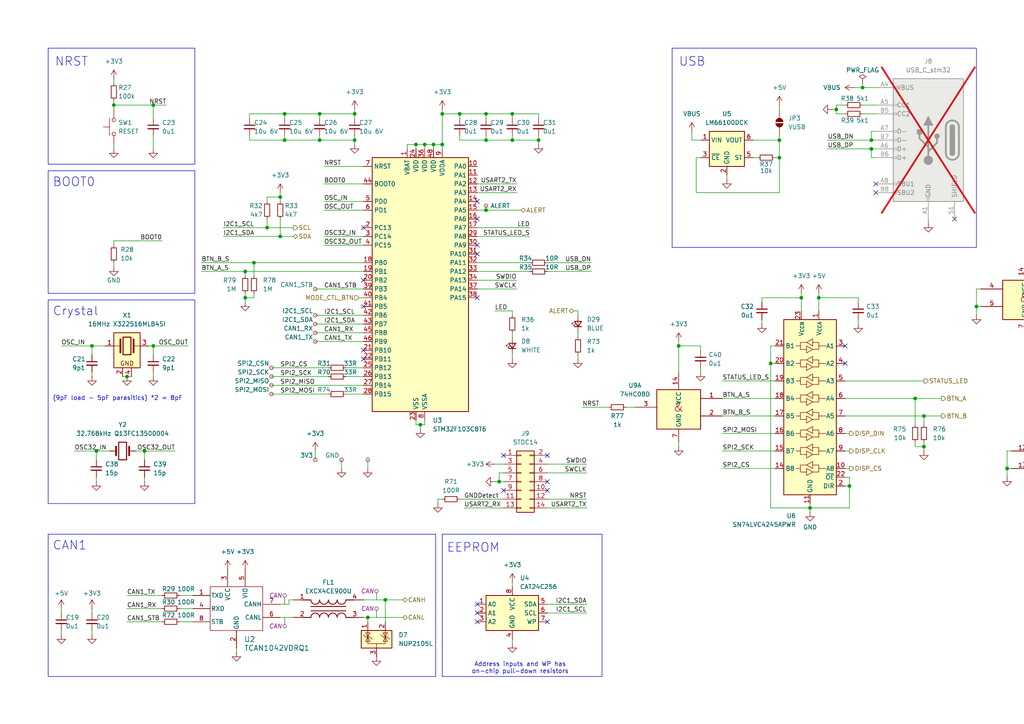
<source format=kicad_sch>
(kicad_sch (version 20231120) (generator "eeschema") (generator_version "8.0")
  (paper "A4")
  (title_block (title "6S_BMS") (date "2024-11-17") (rev "1.0") (company "NTURacing") (comment 1 "Jerrymk, Jack Kuo"))
  (junction (at 121.92 123.19))
  (junction (at 148.59 40.64))
  (junction (at 292.1 135.89))
  (junction (at 226.06 45.72))
  (junction (at 283.21 88.9))
  (junction (at 81.28 57.15))
  (junction (at 33.02 30.48))
  (junction (at 140.97 60.96))
  (junction (at 92.71 33.02))
  (junction (at 111.76 173.99))
  (junction (at 226.06 40.64))
  (junction (at 223.52 105.41))
  (junction (at 252.73 40.64))
  (junction (at 27.94 130.81))
  (junction (at 265.43 115.57))
  (junction (at 267.97 129.54))
  (junction (at 267.97 120.65))
  (junction (at 140.97 40.64))
  (junction (at 156.21 40.64))
  (junction (at 123.19 41.91))
  (junction (at 81.28 68.58))
  (junction (at 232.41 86.36))
  (junction (at 82.55 33.02))
  (junction (at 71.12 78.74))
  (junction (at 102.87 40.64))
  (junction (at 128.27 33.02))
  (junction (at 125.73 41.91))
  (junction (at 106.68 179.07))
  (junction (at 77.47 66.04))
  (junction (at 246.38 140.97))
  (junction (at 82.55 40.64))
  (junction (at 196.85 100.33))
  (junction (at 133.35 33.02))
  (junction (at 71.12 86.36))
  (junction (at 26.67 100.33))
  (junction (at 120.65 41.91))
  (junction (at 148.59 33.02))
  (junction (at 92.71 40.64))
  (junction (at 73.66 76.2))
  (junction (at 36.83 109.22))
  (junction (at 298.45 113.03))
  (junction (at 237.49 86.36))
  (junction (at 44.45 100.33))
  (junction (at 128.27 41.91))
  (junction (at 44.45 30.48))
  (junction (at 250.19 25.4))
  (junction (at 242.57 31.75))
  (junction (at 140.97 33.02))
  (junction (at 144.78 139.7))
  (junction (at 234.95 147.32))
  (junction (at 41.91 130.81))
  (junction (at 102.87 33.02))
  (junction (at 252.73 43.18))
  (no_connect (at 146.05 132.08))
  (no_connect (at 245.11 100.33))
  (no_connect (at 105.41 104.14))
  (no_connect (at 105.41 101.6))
  (no_connect (at 138.43 73.66))
  (no_connect (at 138.43 58.42))
  (no_connect (at 245.11 105.41))
  (no_connect (at 138.43 180.34))
  (no_connect (at 158.75 139.7))
  (no_connect (at 138.43 175.26))
  (no_connect (at 138.43 63.5))
  (no_connect (at 254 53.34))
  (no_connect (at 158.75 180.34))
  (no_connect (at 138.43 177.8))
  (no_connect (at 105.41 81.28))
  (no_connect (at 138.43 71.12))
  (no_connect (at 146.05 142.24))
  (no_connect (at 105.41 88.9))
  (no_connect (at 254 55.88))
  (no_connect (at 105.41 66.04))
  (no_connect (at 276.86 63.5))
  (no_connect (at 138.43 86.36))
  (no_connect (at 158.75 132.08))
  (no_connect (at 158.75 142.24))
  (wire (pts (xy 120.65 123.19) (xy 121.92 123.19)))
  (wire (pts (xy 106.68 179.07) (xy 106.68 180.34)))
  (wire (pts (xy 267.97 120.65) (xy 273.05 120.65)))
  (wire (pts (xy 102.87 41.91) (xy 102.87 40.64)))
  (wire (pts (xy 245.11 120.65) (xy 267.97 120.65)))
  (wire (pts (xy 196.85 99.06) (xy 196.85 100.33)))
  (wire (pts (xy 265.43 129.54) (xy 267.97 129.54)))
  (wire (pts (xy 138.43 68.58) (xy 153.67 68.58)))
  (wire (pts (xy 93.98 68.58) (xy 105.41 68.58)))
  (wire (pts (xy 224.79 45.72) (xy 226.06 45.72)))
  (wire (pts (xy 144.78 137.16) (xy 144.78 139.7)))
  (wire (pts (xy 226.06 30.48) (xy 226.06 31.75)))
  (wire (pts (xy 73.66 76.2) (xy 73.66 80.01)))
  (wire (pts (xy 92.71 33.02) (xy 102.87 33.02)))
  (wire (pts (xy 77.47 66.04) (xy 77.47 63.5)))
  (wire (pts (xy 240.03 40.64) (xy 252.73 40.64)))
  (wire (pts (xy 78.74 114.3) (xy 95.25 114.3)))
  (wire (pts (xy 118.11 43.18) (xy 118.11 41.91)))
  (wire (pts (xy 128.27 31.75) (xy 128.27 33.02)))
  (wire (pts (xy 106.68 135.89) (xy 106.68 133.35)))
  (wire (pts (xy 144.78 139.7) (xy 143.51 139.7)))
  (wire (pts (xy 223.52 105.41) (xy 223.52 147.32)))
  (wire (pts (xy 140.97 40.64) (xy 140.97 39.37)))
  (wire (pts (xy 241.3 31.75) (xy 242.57 31.75)))
  (wire (pts (xy 91.44 99.06) (xy 105.41 99.06)))
  (wire (pts (xy 298.45 113.03) (xy 298.45 115.57)))
  (wire (pts (xy 134.62 147.32) (xy 146.05 147.32)))
  (wire (pts (xy 156.21 41.91) (xy 156.21 40.64)))
  (wire (pts (xy 102.87 33.02) (xy 102.87 34.29)))
  (wire (pts (xy 209.55 115.57) (xy 224.79 115.57)))
  (wire (pts (xy 128.27 33.02) (xy 133.35 33.02)))
  (wire (pts (xy 140.97 40.64) (xy 148.59 40.64)))
  (wire (pts (xy 105.41 173.99) (xy 111.76 173.99)))
  (wire (pts (xy 245.11 110.49) (xy 267.97 110.49)))
  (wire (pts (xy 209.55 120.65) (xy 224.79 120.65)))
  (wire (pts (xy 93.98 53.34) (xy 105.41 53.34)))
  (wire (pts (xy 128.27 33.02) (xy 128.27 41.91)))
  (wire (pts (xy 224.79 100.33) (xy 223.52 100.33)))
  (wire (pts (xy 78.74 109.22) (xy 95.25 109.22)))
  (wire (pts (xy 293.37 130.81) (xy 292.1 130.81)))
  (wire (pts (xy 73.66 76.2) (xy 105.41 76.2)))
  (wire (pts (xy 252.73 38.1) (xy 254 38.1)))
  (wire (pts (xy 138.43 66.04) (xy 153.67 66.04)))
  (wire (pts (xy 203.2 106.68) (xy 203.2 107.95)))
  (wire (pts (xy 283.21 88.9) (xy 284.48 88.9)))
  (wire (pts (xy 284.48 83.82) (xy 283.21 83.82)))
  (wire (pts (xy 140.97 33.02) (xy 140.97 34.29)))
  (wire (pts (xy 36.83 176.53) (xy 46.99 176.53)))
  (wire (pts (xy 156.21 40.64) (xy 156.21 39.37)))
  (wire (pts (xy 220.98 87.63) (xy 220.98 86.36)))
  (wire (pts (xy 203.2 101.6) (xy 203.2 100.33)))
  (wire (pts (xy 36.83 180.34) (xy 46.99 180.34)))
  (wire (pts (xy 26.67 100.33) (xy 26.67 102.87)))
  (wire (pts (xy 72.39 33.02) (xy 72.39 34.29)))
  (wire (pts (xy 71.12 85.09) (xy 71.12 86.36)))
  (wire (pts (xy 167.64 104.14) (xy 167.64 102.87)))
  (wire (pts (xy 138.43 60.96) (xy 140.97 60.96)))
  (wire (pts (xy 181.61 118.11) (xy 184.15 118.11)))
  (wire (pts (xy 292.1 135.89) (xy 293.37 135.89)))
  (wire (pts (xy 138.43 76.2) (xy 153.67 76.2)))
  (wire (pts (xy 234.95 147.32) (xy 234.95 146.05)))
  (wire (pts (xy 81.28 58.42) (xy 81.28 57.15)))
  (wire (pts (xy 33.02 77.47) (xy 33.02 76.2)))
  (wire (pts (xy 298.45 113.03) (xy 299.72 113.03)))
  (wire (pts (xy 33.02 41.91) (xy 33.02 43.18)))
  (wire (pts (xy 17.78 100.33) (xy 26.67 100.33)))
  (wire (pts (xy 158.75 177.8) (xy 170.18 177.8)))
  (wire (pts (xy 93.98 48.26) (xy 105.41 48.26)))
  (wire (pts (xy 245.11 115.57) (xy 265.43 115.57)))
  (wire (pts (xy 73.66 85.09) (xy 73.66 86.36)))
  (wire (pts (xy 250.19 24.13) (xy 250.19 25.4)))
  (wire (pts (xy 138.43 53.34) (xy 149.86 53.34)))
  (wire (pts (xy 102.87 40.64) (xy 92.71 40.64)))
  (wire (pts (xy 52.07 180.34) (xy 55.88 180.34)))
  (wire (pts (xy 223.52 105.41) (xy 224.79 105.41)))
  (wire (pts (xy 143.51 90.17) (xy 148.59 90.17)))
  (wire (pts (xy 91.44 96.52) (xy 105.41 96.52)))
  (wire (pts (xy 148.59 90.17) (xy 148.59 91.44)))
  (wire (pts (xy 196.85 100.33) (xy 203.2 100.33)))
  (wire (pts (xy 250.19 33.02) (xy 254 33.02)))
  (wire (pts (xy 299.72 107.95) (xy 298.45 107.95)))
  (wire (pts (xy 246.38 135.89) (xy 245.11 135.89)))
  (wire (pts (xy 92.71 33.02) (xy 92.71 34.29)))
  (wire (pts (xy 27.94 130.81) (xy 27.94 133.35)))
  (wire (pts (xy 21.59 130.81) (xy 27.94 130.81)))
  (wire (pts (xy 242.57 30.48) (xy 245.11 30.48)))
  (wire (pts (xy 91.44 93.98) (xy 105.41 93.98)))
  (wire (pts (xy 81.28 175.26) (xy 83.82 175.26)))
  (wire (pts (xy 232.41 86.36) (xy 232.41 90.17)))
  (wire (pts (xy 17.78 177.8) (xy 17.78 176.53)))
  (wire (pts (xy 125.73 41.91) (xy 128.27 41.91)))
  (wire (pts (xy 91.44 130.81) (xy 91.44 133.35)))
  (wire (pts (xy 252.73 43.18) (xy 254 43.18)))
  (wire (pts (xy 44.45 102.87) (xy 44.45 100.33)))
  (wire (pts (xy 209.55 130.81) (xy 224.79 130.81)))
  (wire (pts (xy 148.59 104.14) (xy 148.59 102.87)))
  (wire (pts (xy 246.38 130.81) (xy 245.11 130.81)))
  (wire (pts (xy 52.07 176.53) (xy 55.88 176.53)))
  (wire (pts (xy 158.75 134.62) (xy 170.18 134.62)))
  (wire (pts (xy 26.67 100.33) (xy 30.48 100.33)))
  (wire (pts (xy 120.65 43.18) (xy 120.65 41.91)))
  (wire (pts (xy 27.94 138.43) (xy 27.94 139.7)))
  (wire (pts (xy 82.55 40.64) (xy 72.39 40.64)))
  (wire (pts (xy 92.71 40.64) (xy 82.55 40.64)))
  (wire (pts (xy 121.92 123.19) (xy 123.19 123.19)))
  (wire (pts (xy 232.41 85.09) (xy 232.41 86.36)))
  (wire (pts (xy 156.21 33.02) (xy 156.21 34.29)))
  (wire (pts (xy 265.43 115.57) (xy 265.43 123.19)))
  (wire (pts (xy 99.06 135.89) (xy 99.06 133.35)))
  (wire (pts (xy 81.28 55.88) (xy 81.28 57.15)))
  (wire (pts (xy 246.38 125.73) (xy 245.11 125.73)))
  (wire (pts (xy 210.82 52.07) (xy 210.82 50.8)))
  (wire (pts (xy 26.67 177.8) (xy 26.67 176.53)))
  (wire (pts (xy 52.07 172.72) (xy 55.88 172.72)))
  (wire (pts (xy 81.28 179.07) (xy 85.09 179.07)))
  (wire (pts (xy 123.19 41.91) (xy 125.73 41.91)))
  (wire (pts (xy 118.11 41.91) (xy 120.65 41.91)))
  (wire (pts (xy 245.11 140.97) (xy 246.38 140.97)))
  (wire (pts (xy 44.45 30.48) (xy 48.26 30.48)))
  (wire (pts (xy 102.87 31.75) (xy 102.87 33.02)))
  (wire (pts (xy 82.55 40.64) (xy 82.55 39.37)))
  (wire (pts (xy 133.35 33.02) (xy 133.35 34.29)))
  (wire (pts (xy 148.59 168.91) (xy 148.59 170.18)))
  (wire (pts (xy 196.85 100.33) (xy 196.85 107.95)))
  (wire (pts (xy 140.97 60.96) (xy 151.13 60.96)))
  (wire (pts (xy 245.11 33.02) (xy 242.57 33.02)))
  (wire (pts (xy 27.94 130.81) (xy 31.75 130.81)))
  (wire (pts (xy 201.93 45.72) (xy 203.2 45.72)))
  (wire (pts (xy 158.75 137.16) (xy 170.18 137.16)))
  (wire (pts (xy 247.65 25.4) (xy 250.19 25.4)))
  (wire (pts (xy 81.28 68.58) (xy 81.28 63.5)))
  (wire (pts (xy 138.43 81.28) (xy 149.86 81.28)))
  (wire (pts (xy 81.28 57.15) (xy 77.47 57.15)))
  (wire (pts (xy 148.59 40.64) (xy 148.59 39.37)))
  (wire (pts (xy 106.68 179.07) (xy 116.84 179.07)))
  (wire (pts (xy 123.19 123.19) (xy 123.19 121.92)))
  (wire (pts (xy 158.75 78.74) (xy 171.45 78.74)))
  (wire (pts (xy 121.92 124.46) (xy 121.92 123.19)))
  (wire (pts (xy 71.12 78.74) (xy 71.12 80.01)))
  (wire (pts (xy 138.43 78.74) (xy 153.67 78.74)))
  (wire (pts (xy 120.65 41.91) (xy 123.19 41.91)))
  (wire (pts (xy 44.45 30.48) (xy 44.45 34.29)))
  (wire (pts (xy 246.38 147.32) (xy 234.95 147.32)))
  (wire (pts (xy 220.98 86.36) (xy 232.41 86.36)))
  (wire (pts (xy 242.57 31.75) (xy 242.57 33.02)))
  (wire (pts (xy 41.91 138.43) (xy 41.91 139.7)))
  (wire (pts (xy 252.73 40.64) (xy 254 40.64)))
  (wire (pts (xy 78.74 111.76) (xy 105.41 111.76)))
  (wire (pts (xy 265.43 115.57) (xy 273.05 115.57)))
  (wire (pts (xy 167.64 96.52) (xy 167.64 97.79)))
  (wire (pts (xy 44.45 107.95) (xy 44.45 109.22)))
  (wire (pts (xy 93.98 58.42) (xy 105.41 58.42)))
  (wire (pts (xy 226.06 40.64) (xy 226.06 45.72)))
  (wire (pts (xy 138.43 55.88) (xy 149.86 55.88)))
  (wire (pts (xy 223.52 100.33) (xy 223.52 105.41)))
  (wire (pts (xy 250.19 30.48) (xy 254 30.48)))
  (wire (pts (xy 78.74 106.68) (xy 95.25 106.68)))
  (wire (pts (xy 226.06 39.37) (xy 226.06 40.64)))
  (wire (pts (xy 33.02 29.21) (xy 33.02 30.48)))
  (wire (pts (xy 92.71 40.64) (xy 92.71 39.37)))
  (wire (pts (xy 158.75 175.26) (xy 170.18 175.26)))
  (wire (pts (xy 250.19 25.4) (xy 254 25.4)))
  (wire (pts (xy 93.98 60.96) (xy 105.41 60.96)))
  (wire (pts (xy 133.35 40.64) (xy 140.97 40.64)))
  (wire (pts (xy 81.28 68.58) (xy 85.09 68.58)))
  (wire (pts (xy 138.43 83.82) (xy 149.86 83.82)))
  (wire (pts (xy 140.97 33.02) (xy 148.59 33.02)))
  (wire (pts (xy 83.82 173.99) (xy 85.09 173.99)))
  (wire (pts (xy 127 144.78) (xy 127 146.05)))
  (wire (pts (xy 269.24 64.77) (xy 269.24 63.5)))
  (wire (pts (xy 267.97 129.54) (xy 267.97 130.81)))
  (wire (pts (xy 72.39 40.64) (xy 72.39 39.37)))
  (wire (pts (xy 148.59 33.02) (xy 156.21 33.02)))
  (wire (pts (xy 91.44 91.44) (xy 105.41 91.44)))
  (wire (pts (xy 120.65 123.19) (xy 120.65 121.92)))
  (wire (pts (xy 168.91 118.11) (xy 176.53 118.11)))
  (wire (pts (xy 82.55 33.02) (xy 72.39 33.02)))
  (wire (pts (xy 167.64 90.17) (xy 167.64 91.44)))
  (wire (pts (xy 77.47 66.04) (xy 85.09 66.04)))
  (wire (pts (xy 200.66 40.64) (xy 203.2 40.64)))
  (wire (pts (xy 105.41 86.36) (xy 104.14 86.36)))
  (wire (pts (xy 133.35 144.78) (xy 146.05 144.78)))
  (wire (pts (xy 111.76 173.99) (xy 111.76 180.34)))
  (wire (pts (xy 100.33 114.3) (xy 105.41 114.3)))
  (wire (pts (xy 237.49 85.09) (xy 237.49 86.36)))
  (wire (pts (xy 73.66 86.36) (xy 71.12 86.36)))
  (wire (pts (xy 223.52 147.32) (xy 234.95 147.32)))
  (wire (pts (xy 252.73 43.18) (xy 252.73 45.72)))
  (wire (pts (xy 292.1 130.81) (xy 292.1 135.89)))
  (wire (pts (xy 267.97 128.27) (xy 267.97 129.54)))
  (wire (pts (xy 252.73 38.1) (xy 252.73 40.64)))
  (wire (pts (xy 26.67 107.95) (xy 26.67 109.22)))
  (wire (pts (xy 246.38 138.43) (xy 246.38 140.97)))
  (wire (pts (xy 245.11 138.43) (xy 246.38 138.43)))
  (wire (pts (xy 82.55 33.02) (xy 92.71 33.02)))
  (wire (pts (xy 148.59 96.52) (xy 148.59 97.79)))
  (wire (pts (xy 209.55 135.89) (xy 224.79 135.89)))
  (wire (pts (xy 226.06 45.72) (xy 226.06 55.88)))
  (wire (pts (xy 71.12 78.74) (xy 105.41 78.74)))
  (wire (pts (xy 248.92 92.71) (xy 248.92 93.98)))
  (wire (pts (xy 83.82 173.99) (xy 83.82 175.26)))
  (wire (pts (xy 148.59 40.64) (xy 156.21 40.64)))
  (wire (pts (xy 248.92 86.36) (xy 237.49 86.36)))
  (wire (pts (xy 123.19 43.18) (xy 123.19 41.91)))
  (wire (pts (xy 36.83 109.22) (xy 35.56 109.22)))
  (wire (pts (xy 77.47 57.15) (xy 77.47 58.42)))
  (wire (pts (xy 133.35 33.02) (xy 140.97 33.02)))
  (wire (pts (xy 158.75 147.32) (xy 170.18 147.32)))
  (wire (pts (xy 44.45 100.33) (xy 54.61 100.33)))
  (wire (pts (xy 91.44 83.82) (xy 105.41 83.82)))
  (wire (pts (xy 146.05 137.16) (xy 144.78 137.16)))
  (wire (pts (xy 218.44 40.64) (xy 226.06 40.64)))
  (wire (pts (xy 68.58 189.23) (xy 68.58 187.96)))
  (wire (pts (xy 71.12 78.74) (xy 58.42 78.74)))
  (wire (pts (xy 240.03 43.18) (xy 252.73 43.18)))
  (wire (pts (xy 140.97 59.69) (xy 140.97 60.96)))
  (wire (pts (xy 292.1 135.89) (xy 292.1 138.43)))
  (wire (pts (xy 133.35 40.64) (xy 133.35 39.37)))
  (wire (pts (xy 125.73 43.18) (xy 125.73 41.91)))
  (wire (pts (xy 36.83 109.22) (xy 38.1 109.22)))
  (wire (pts (xy 26.67 184.15) (xy 26.67 182.88)))
  (wire (pts (xy 201.93 55.88) (xy 226.06 55.88)))
  (wire (pts (xy 128.27 144.78) (xy 127 144.78)))
  (wire (pts (xy 237.49 86.36) (xy 237.49 90.17)))
  (wire (pts (xy 252.73 45.72) (xy 254 45.72)))
  (wire (pts (xy 100.33 106.68) (xy 105.41 106.68)))
  (wire (pts (xy 71.12 86.36) (xy 71.12 87.63)))
  (wire (pts (xy 166.37 90.17) (xy 167.64 90.17)))
  (wire (pts (xy 220.98 92.71) (xy 220.98 93.98)))
  (wire (pts (xy 73.66 76.2) (xy 58.42 76.2)))
  (wire (pts (xy 218.44 45.72) (xy 219.71 45.72)))
  (wire (pts (xy 283.21 88.9) (xy 283.21 91.44)))
  (wire (pts (xy 267.97 120.65) (xy 267.97 123.19)))
  (wire (pts (xy 246.38 140.97) (xy 246.38 147.32)))
  (wire (pts (xy 209.55 110.49) (xy 224.79 110.49)))
  (wire (pts (xy 148.59 185.42) (xy 148.59 186.69)))
  (wire (pts (xy 33.02 30.48) (xy 33.02 31.75)))
  (wire (pts (xy 50.8 130.81) (xy 41.91 130.81)))
  (wire (pts (xy 201.93 45.72) (xy 201.93 55.88)))
  (wire (pts (xy 158.75 76.2) (xy 171.45 76.2)))
  (wire (pts (xy 128.27 41.91) (xy 128.27 43.18)))
  (wire (pts (xy 64.77 66.04) (xy 77.47 66.04)))
  (wire (pts (xy 102.87 40.64) (xy 102.87 39.37)))
  (wire (pts (xy 106.68 179.07) (xy 105.41 179.07)))
  (wire (pts (xy 93.98 71.12) (xy 105.41 71.12)))
  (wire (pts (xy 41.91 130.81) (xy 39.37 130.81)))
  (wire (pts (xy 196.85 128.27) (xy 196.85 129.54)))
  (wire (pts (xy 148.59 33.02) (xy 148.59 34.29)))
  (wire (pts (xy 33.02 30.48) (xy 44.45 30.48)))
  (wire (pts (xy 36.83 172.72) (xy 46.99 172.72)))
  (wire (pts (xy 209.55 125.73) (xy 224.79 125.73)))
  (wire (pts (xy 242.57 30.48) (xy 242.57 31.75)))
  (wire (pts (xy 265.43 128.27) (xy 265.43 129.54)))
  (wire (pts (xy 158.75 144.78) (xy 170.18 144.78)))
  (wire (pts (xy 82.55 33.02) (xy 82.55 34.29)))
  (wire (pts (xy 33.02 69.85) (xy 46.99 69.85)))
  (wire (pts (xy 248.92 87.63) (xy 248.92 86.36)))
  (wire (pts (xy 33.02 69.85) (xy 33.02 71.12)))
  (wire (pts (xy 200.66 38.1) (xy 200.66 40.64)))
  (wire (pts (xy 298.45 107.95) (xy 298.45 113.03)))
  (wire (pts (xy 64.77 68.58) (xy 81.28 68.58)))
  (wire (pts (xy 44.45 39.37) (xy 44.45 43.18)))
  (wire (pts (xy 100.33 109.22) (xy 105.41 109.22)))
  (wire (pts (xy 234.95 148.59) (xy 234.95 147.32)))
  (wire (pts (xy 283.21 83.82) (xy 283.21 88.9)))
  (wire (pts (xy 143.51 134.62) (xy 146.05 134.62)))
  (wire (pts (xy 33.02 22.86) (xy 33.02 24.13)))
  (wire (pts (xy 17.78 184.15) (xy 17.78 182.88)))
  (wire (pts (xy 41.91 133.35) (xy 41.91 130.81)))
  (wire (pts (xy 144.78 139.7) (xy 146.05 139.7)))
  (wire (pts (xy 44.45 100.33) (xy 43.18 100.33)))
  (wire (pts (xy 111.76 173.99) (xy 116.84 173.99)))
  (rectangle (start 194.945 13.97) (end 283.21 71.755))
  (rectangle (start 13.97 13.97) (end 56.515 47.625))
  (rectangle (start 13.97 86.995) (end 56.515 146.05))
  (rectangle (start 13.97 154.94) (end 126.365 196.215))
  (rectangle (start 128.27 154.94) (end 174.625 196.215))
  (rectangle (start 13.97 49.53) (end 56.515 85.09))
  (text "Address inputs and WP has\non-chip pull-down resistors" (at 150.876 193.802 0) (effects (font (size 1.27 1.27))))
  (text "BOOT0" (at 15.24 51.435 0) (effects (font (size 2.54 2.54)) (justify left top)))
  (text "CAN1" (at 15.24 156.845 0) (effects (font (size 2.54 2.54)) (justify left top)))
  (text "(9pF load - 5pF parasitics) *2 = 8pF" (at 15.24 116.332 0) (effects (font (size 1.27 1.27)) (justify left bottom)))
  (text "USB" (at 196.85 16.51 0) (effects (font (size 2.54 2.54)) (justify left top)))
  (text "NRST" (at 15.875 16.51 0) (effects (font (size 2.54 2.54)) (justify left top)))
  (text "Crystal" (at 15.24 88.9 0) (effects (font (size 2.54 2.54)) (justify left top)))
  (text "EEPROM" (at 129.54 157.48 0) (effects (font (size 2.54 2.54)) (justify left top)))
  (label "STATUS_LED_S" (at 153.67 68.58 180))
  (label "NRST" (at 170.18 144.78 180))
  (label "I2C1_SCL" (at 93.98 91.44 0))
  (label "SWDIO" (at 170.18 134.62 180))
  (label "BOOT0" (at 93.98 53.34 0))
  (label "I2C1_SCL" (at 170.18 177.8 180))
  (label "BTN_A_S" (at 209.55 115.57 0))
  (label "SPI2_CS" (at 209.55 135.89 0))
  (label "STATUS_LED_S" (at 209.55 110.49 0))
  (label "SPI2_CS" (at 81.28 106.68 0))
  (label "I2C1_SDA" (at 170.18 175.26 180))
  (label "USB_DN" (at 171.45 76.2 180))
  (label "BTN_B_S" (at 209.55 120.65 0))
  (label "SWCLK" (at 170.18 137.16 180))
  (label "USART2_RX" (at 149.86 55.88 180))
  (label "SPI2_MOSI" (at 81.28 114.3 0))
  (label "CAN1_RX" (at 36.83 176.53 0))
  (label "OSC32_IN" (at 21.59 130.81 0))
  (label "I2C1_SDA" (at 64.77 68.58 0))
  (label "OSC_IN" (at 93.98 58.42 0))
  (label "USART2_RX" (at 134.62 147.32 0))
  (label "SWCLK" (at 149.86 83.82 180))
  (label "OSC_OUT" (at 54.61 100.33 180))
  (label "NRST" (at 48.26 30.48 180))
  (label "SPI2_SCK" (at 81.28 109.22 0))
  (label "USB_DP" (at 171.45 78.74 180))
  (label "I2C1_SCL" (at 64.77 66.04 0))
  (label "USART2_TX" (at 149.86 53.34 180))
  (label "CAN1_TX" (at 93.98 99.06 0))
  (label "NRST" (at 168.91 118.11 0))
  (label "I2C1_SDA" (at 93.98 93.98 0))
  (label "OSC_OUT" (at 93.98 60.96 0))
  (label "NRST" (at 93.98 48.26 0))
  (label "SPI2_SCK" (at 209.55 130.81 0))
  (label "GNDDetect" (at 134.62 144.78 0))
  (label "OSC32_OUT" (at 93.98 71.12 0))
  (label "BTN_A_S" (at 58.42 78.74 0))
  (label "CAN1_STB" (at 36.83 180.34 0))
  (label "SPI2_MOSI" (at 209.55 125.73 0))
  (label "SWDIO" (at 149.86 81.28 180))
  (label "LED" (at 143.51 90.17 0))
  (label "USB_DN" (at 240.03 40.64 0))
  (label "BTN_B_S" (at 58.42 76.2 0))
  (label "CAN1_RX" (at 93.98 96.52 0))
  (label "BOOT0" (at 46.99 69.85 180))
  (label "CAN1_STB" (at 93.98 83.82 0))
  (label "OSC32_OUT" (at 50.8 130.81 180))
  (label "OSC32_IN" (at 93.98 68.58 0))
  (label "SPI2_MISO" (at 81.28 111.76 0))
  (label "USB_DP" (at 240.03 43.18 0))
  (label "USART2_TX" (at 170.18 147.32 180))
  (label "CAN1_TX" (at 36.83 172.72 0))
  (label "OSC_IN" (at 17.78 100.33 0))
  (label "LED" (at 153.67 66.04 180))
  (hierarchical_label "DISP_DIN" (shape output) (at 246.38 125.73 0))
  (hierarchical_label "CANH" (shape bidirectional) (at 116.84 173.99 0))
  (hierarchical_label "ALERT" (shape bidirectional) (at 151.13 60.96 0))
  (hierarchical_label "STATUS_LED" (shape output) (at 267.97 110.49 0))
  (hierarchical_label "CANL" (shape bidirectional) (at 116.84 179.07 0))
  (hierarchical_label "SCL" (shape output) (at 85.09 66.04 0))
  (hierarchical_label "SDA" (shape bidirectional) (at 85.09 68.58 0))
  (hierarchical_label "BTN_B" (shape output) (at 273.05 120.65 0))
  (hierarchical_label "DISP_CLK" (shape output) (at 246.38 130.81 0))
  (hierarchical_label "DISP_CS" (shape output) (at 246.38 135.89 0))
  (hierarchical_label "BTN_A" (shape output) (at 273.05 115.57 0))
  (hierarchical_label "ALERT" (shape bidirectional) (at 166.37 90.17 180))
  (hierarchical_label "MODE_CTL_BTN" (shape input) (at 104.14 86.36 180))
  (netclass_flag "" (length 2.54) (shape round) (at 109.22 179.07 0) (property "Netclass" "CAN" (at 108.5215 176.53 0) (effects (font (italic yes)) (justify right))))
  (netclass_flag "" (length 2.54) (shape round) (at 109.22 173.99 0) (property "Netclass" "CAN" (at 108.5215 171.45 0) (effects (font (italic yes)) (justify right))))
  (netclass_flag "" (length 2.54) (shape round) (at 82.55 175.26 0) (property "Netclass" "CAN" (at 81.8515 172.72 0) (effects (font (italic yes)) (justify right))))
  (netclass_flag "" (length 2.54) (shape round) (at 82.55 179.07 180) (property "Netclass" "CAN" (at 81.8515 181.61 0) (effects (font (italic yes)) (justify right))))
  (symbol (lib_id "power:+3V3") (at 81.28 55.88 0) (unit 1)
    (property "Reference" "#PWR040" (effects (hide yes)))
    (property "Value" "+3V3" (at 81.28 50.8 0))
    (property "Description" "Power symbol creates a global label with name \"+3V3\"" (effects (hide yes)))
  )
  (symbol (lib_id "Device:R_Small") (at 49.53 172.72 90) (unit 1)
    (property "Reference" "R29" (at 48.895 170.815 90))
    (property "Value" "100R" (at 53.975 170.815 90))
    (property "Footprint" "Resistor_SMD:R_0402_1005Metric" (effects (hide yes)))
    (property "Description" "Resistor, small symbol" (effects (hide yes)))
  )
  (symbol (lib_id "power:GND") (at 44.45 109.22 0) (unit 1)
    (property "Reference" "#PWR034" (effects (hide yes)))
    (property "Value" "GND" (effects (hide yes)))
    (property "Description" "Power symbol creates a global label with name \"GND\" , ground" (effects (hide yes)))
  )
  (symbol (lib_id "Device:R_Small") (at 156.21 78.74 90) (mirror x) (unit 1)
    (property "Reference" "R35" (at 150.495 77.47 90) (effects (justify right)))
    (property "Value" "10R" (at 158.115 77.47 90) (effects (justify right)))
    (property "Footprint" "Resistor_SMD:R_0402_1005Metric" (effects (hide yes)))
    (property "Description" "Resistor, small symbol" (effects (hide yes)))
  )
  (symbol (lib_id "power:GND") (at 127 146.05 0) (unit 1)
    (property "Reference" "#PWR08" (effects (hide yes)))
    (property "Value" "GND" (effects (hide yes)))
    (property "Description" "Power symbol creates a global label with name \"GND\" , ground" (effects (hide yes)))
  )
  (symbol (lib_id "nturt_kicad_lib_EP6:TCAN1042VDRQ1") (at 68.58 176.53 0) (unit 1)
    (property "Reference" "U2" (at 70.7741 185.42 0) (effects (font (size 1.524 1.524)) (justify left)))
    (property "Value" "TCAN1042VDRQ1" (at 70.7741 187.96 0) (effects (font (size 1.524 1.524)) (justify left)))
    (property "Footprint" "Package_SO:SOIC-8_3.9x4.9mm_P1.27mm" (effects (hide yes)))
    (property "Datasheet" "TCAN1042VDRQ1" (effects (hide yes)))
  )
  (symbol (lib_id "power:GND") (at 33.02 43.18 0) (unit 1)
    (property "Reference" "#PWR033" (effects (hide yes)))
    (property "Value" "GND" (effects (hide yes)))
    (property "Description" "Power symbol creates a global label with name \"GND\" , ground" (effects (hide yes)))
  )
  (symbol (lib_id "Device:C_Small") (at 203.2 104.14 0) (unit 1)
    (property "Reference" "C40" (at 205.486 102.87 0) (effects (justify left)))
    (property "Value" "0u1" (at 205.486 105.41 0) (effects (justify left)))
    (property "Footprint" "Capacitor_SMD:C_0402_1005Metric" (effects (hide yes)))
    (property "Description" "Unpolarized capacitor, small symbol" (effects (hide yes)))
  )
  (symbol (lib_id "power:+3V3") (at 237.49 85.09 0) (mirror y) (unit 1)
    (property "Reference" "#PWR056" (effects (hide yes)))
    (property "Value" "+5V" (at 237.49 80.01 0))
    (property "Description" "Power symbol creates a global label with name \"+3V3\"" (effects (hide yes)))
  )
  (symbol (lib_id "Device:R_Small") (at 148.59 93.98 0) (unit 1)
    (property "Reference" "R36" (at 151.13 92.71 0) (effects (justify left)))
    (property "Value" "1k" (at 151.13 95.25 0) (effects (justify left)))
    (property "Footprint" "Resistor_SMD:R_0603_1608Metric" (effects (hide yes)))
    (property "Description" "Resistor, small symbol" (effects (hide yes)))
  )
  (symbol (lib_id "Device:R_Small") (at 33.02 73.66 180) (unit 1)
    (property "Reference" "R28" (at 34.925 72.39 0) (effects (justify right)))
    (property "Value" "10k" (at 34.925 74.93 0) (effects (justify right)))
    (property "Footprint" "Resistor_SMD:R_0402_1005Metric" (effects (hide yes)))
    (property "Description" "Resistor, small symbol" (effects (hide yes)))
  )
  (symbol (lib_id "Connector:USB_C_Receptacle_USB2.0_16P") (at 269.24 40.64 0) (mirror y) (unit 1) (in_bom no) (dnp yes)
    (property "Reference" "J8" (at 269.24 17.78 0))
    (property "Value" "USB_C_stm32" (at 269.24 20.32 0))
    (property "Footprint" "Connector_USB:USB_C_Receptacle_GCT_USB4105-xx-A_16P_TopMnt_Horizontal" (effects (hide yes)))
    (property "Datasheet" "https://www.usb.org/sites/default/files/documents/usb_type-c.zip" (effects (hide yes)))
    (property "Description" "USB 2.0-only 16P Type-C Receptacle connector" (effects (hide yes)))
  )
  (symbol (lib_id "power:GND") (at 267.97 130.81 0) (unit 1)
    (property "Reference" "#PWR030" (effects (hide yes)))
    (property "Value" "GND" (effects (hide yes)))
    (property "Description" "Power symbol creates a global label with name \"GND\" , ground" (effects (hide yes)))
  )
  (symbol (lib_id "power:GND") (at 220.98 93.98 0) (mirror y) (unit 1)
    (property "Reference" "#PWR052" (effects (hide yes)))
    (property "Value" "GND" (effects (hide yes)))
    (property "Description" "Power symbol creates a global label with name \"GND\" , ground" (effects (hide yes)))
  )
  (symbol (lib_id "Device:R_Small") (at 130.81 144.78 90) (unit 1)
    (property "Reference" "R71" (at 130.81 139.7 90))
    (property "Value" "100R" (at 130.81 142.24 90))
    (property "Footprint" "Resistor_SMD:R_0603_1608Metric" (effects (hide yes)))
    (property "Description" "Resistor, small symbol" (effects (hide yes)))
  )
  (symbol (lib_id "power:GND") (at 167.64 104.14 0) (unit 1)
    (property "Reference" "#PWR036" (effects (hide yes)))
    (property "Value" "GND" (effects (hide yes)))
    (property "Description" "Power symbol creates a global label with name \"GND\" , ground" (effects (hide yes)))
  )
  (symbol (lib_id "power:GND") (at 298.45 115.57 0) (unit 1)
    (property "Reference" "#PWR079" (effects (hide yes)))
    (property "Value" "GND" (effects (hide yes)))
    (property "Description" "Power symbol creates a global label with name \"GND\" , ground" (effects (hide yes)))
  )
  (symbol (lib_id "power:GND") (at 148.59 104.14 0) (unit 1)
    (property "Reference" "#PWR048" (effects (hide yes)))
    (property "Value" "GND" (effects (hide yes)))
    (property "Description" "Power symbol creates a global label with name \"GND\" , ground" (effects (hide yes)))
  )
  (symbol (lib_id "Device:C_Small") (at 72.39 36.83 0) (unit 1)
    (property "Reference" "C24" (at 73.66 35.56 0) (effects (justify left)))
    (property "Value" "10u 6V" (at 73.66 38.1 0) (effects (justify left)))
    (property "Footprint" "Capacitor_SMD:C_0402_1005Metric" (effects (hide yes)))
    (property "Description" "Unpolarized capacitor, small symbol" (effects (hide yes)))
  )
  (symbol (lib_id "Device:C_Small") (at 82.55 36.83 0) (unit 1)
    (property "Reference" "C25" (at 83.82 35.56 0) (effects (justify left)))
    (property "Value" "10u 6V" (at 83.82 38.1 0) (effects (justify left)))
    (property "Footprint" "Capacitor_SMD:C_0402_1005Metric" (effects (hide yes)))
    (property "Description" "Unpolarized capacitor, small symbol" (effects (hide yes)))
  )
  (symbol (lib_id "Device:LED_Small") (at 167.64 93.98 90) (unit 1)
    (property "Reference" "D29" (at 170.18 92.6464 90) (effects (justify right)))
    (property "Value" "BLUE" (at 170.18 95.1864 90) (effects (justify right)))
    (property "Footprint" "LED_SMD:LED_0603_1608Metric" (effects (hide yes)))
    (property "Description" "Light emitting diode, small symbol" (effects (hide yes)))
  )
  (symbol (lib_id "Device:C_Small") (at 41.91 135.89 0) (unit 1)
    (property "Reference" "C39" (at 44.45 134.6262 0) (effects (justify left)))
    (property "Value" "15p" (at 44.45 137.1662 0) (effects (justify left)))
    (property "Footprint" "Capacitor_SMD:C_0402_1005Metric" (effects (hide yes)))
    (property "Description" "Unpolarized capacitor, small symbol" (effects (hide yes)))
  )
  (symbol (lib_id "Device:C_Small") (at 44.45 36.83 0) (unit 1)
    (property "Reference" "C23" (at 46.99 35.5663 0) (effects (justify left)))
    (property "Value" "0u1" (at 46.99 38.1063 0) (effects (justify left)))
    (property "Footprint" "Capacitor_SMD:C_0402_1005Metric" (effects (hide yes)))
    (property "Description" "Unpolarized capacitor, small symbol" (effects (hide yes)))
  )
  (symbol (lib_id "power:GND") (at 210.82 52.07 0) (unit 1)
    (property "Reference" "#PWR051" (effects (hide yes)))
    (property "Value" "GND" (effects (hide yes)))
    (property "Description" "Power symbol creates a global label with name \"GND\" , ground" (effects (hide yes)))
  )
  (symbol (lib_id "Device:C_Small") (at 248.92 90.17 0) (unit 1)
    (property "Reference" "C33" (at 251.206 88.9 0) (effects (justify left)))
    (property "Value" "0u1" (at 251.206 91.44 0) (effects (justify left)))
    (property "Footprint" "Capacitor_SMD:C_0402_1005Metric" (effects (hide yes)))
    (property "Description" "Unpolarized capacitor, small symbol" (effects (hide yes)))
  )
  (symbol (lib_id "Device:R_Small") (at 222.25 45.72 270) (unit 1)
    (property "Reference" "R37" (at 222.25 47.625 90))
    (property "Value" "10k" (at 222.25 49.53 90))
    (property "Footprint" "Resistor_SMD:R_0402_1005Metric" (effects (hide yes)))
    (property "Description" "Resistor, small symbol" (effects (hide yes)))
  )
  (symbol (lib_id "Device:Crystal") (at 35.56 130.81 0) (unit 1)
    (property "Reference" "Y2" (at 35.56 123.19 0))
    (property "Value" "32.768kHz Q13FC13500004" (at 35.56 125.73 0))
    (property "Footprint" "Crystal:Crystal_SMD_3215-2Pin_3.2x1.5mm" (effects (hide yes)))
    (property "Description" "Two pin crystal" (effects (hide yes)))
  )
  (symbol (lib_id "power:GND") (at 292.1 138.43 0) (unit 1)
    (property "Reference" "#PWR078" (effects (hide yes)))
    (property "Value" "GND" (effects (hide yes)))
    (property "Description" "Power symbol creates a global label with name \"GND\" , ground" (effects (hide yes)))
  )
  (symbol (lib_id "Device:R_Small") (at 33.02 26.67 0) (unit 1)
    (property "Reference" "R27" (at 34.29 25.4 0) (effects (justify left)))
    (property "Value" "100k" (at 34.29 27.94 0) (effects (justify left)))
    (property "Footprint" "Resistor_SMD:R_0402_1005Metric" (effects (hide yes)))
    (property "Description" "Resistor, small symbol" (effects (hide yes)))
  )
  (symbol (lib_id "power:+3V3") (at 33.02 22.86 0) (unit 1)
    (property "Reference" "#PWR032" (effects (hide yes)))
    (property "Value" "+3V3" (at 33.02 17.78 0))
    (property "Description" "Power symbol creates a global label with name \"+3V3\"" (effects (hide yes)))
  )
  (symbol (lib_id "power:GND") (at 106.68 135.89 0) (unit 1)
    (property "Reference" "#PWR018" (effects (hide yes)))
    (property "Value" "GND" (effects (hide yes)))
    (property "Description" "Power symbol creates a global label with name \"GND\" , ground" (effects (hide yes)))
  )
  (symbol (lib_id "Device:C_Small") (at 102.87 36.83 0) (unit 1)
    (property "Reference" "C27" (at 104.14 35.56 0) (effects (justify left)))
    (property "Value" "10u 6V" (at 104.14 38.1 0) (effects (justify left)))
    (property "Footprint" "Capacitor_SMD:C_0402_1005Metric" (effects (hide yes)))
    (property "Description" "Unpolarized capacitor, small symbol" (effects (hide yes)))
  )
  (symbol (lib_id "Connector:TestPoint_Small") (at 91.44 93.98 0) (unit 1)
    (property "Reference" "TP2" (effects (hide yes)))
    (property "Value" "I2C1_SDA" (at 90.805 92.71 0) (effects (justify right)))
    (property "Footprint" "TestPoint:TestPoint_Pad_D1.0mm" (effects (hide yes)))
    (property "Description" "test point" (effects (hide yes)))
  )
  (symbol (lib_id "Connector:TestPoint_Small") (at 91.44 133.35 0) (unit 1)
    (property "Reference" "TP10" (effects (hide yes)))
    (property "Value" "3V3" (at 90.805 132.08 0) (effects (justify right)))
    (property "Footprint" "TestPoint:TestPoint_Pad_D1.0mm" (effects (hide yes)))
    (property "Description" "test point" (effects (hide yes)))
  )
  (symbol (lib_id "power:GND") (at 41.91 139.7 0) (unit 1)
    (property "Reference" "#PWR014" (effects (hide yes)))
    (property "Value" "GND" (effects (hide yes)))
    (property "Description" "Power symbol creates a global label with name \"GND\" , ground" (effects (hide yes)))
  )
  (symbol (lib_id "SamacSys_Parts_EP6:EXC-X4CE900U") (at 95.25 176.53 270) (unit 1)
    (property "Reference" "FL1" (at 95.25 168.91 90))
    (property "Value" "EXCX4CE900U" (at 95.25 171.45 90))
    (property "Footprint" "SamacSys_Parts_EP6:EXCX4CE900U" (effects (hide yes)))
    (property "Datasheet" "https://industrial.panasonic.com/cdbs/www-data/pdf/AWE0000/AWE0000C258.pdf" (effects (hide yes)))
    (property "Description" "Series/Type: Common mode Filters (0202 small size), Size [LW] (mm): 0.650.50, Height (mm): 0.3, Impedance [Common Mode] (): 90, Rated Voltage [DC] (V): 5, Rated Current [DC] (mA): 100, DC Resistance [max.] (): 3.0+/-30%, Number of circuit: 1" (effects (hide yes)))
    (property "Mouser Part Number" "667-EXC-X4CE900U" (effects (hide yes)))
    (property "Mouser Price/Stock" "https://www.mouser.co.uk/ProductDetail/Panasonic/EXC-X4CE900U?qs=r%2Fc3XikQTkKbkY%2FGNti4Lw%3D%3D" (effects (hide yes)))
    (property "Manufacturer_Name" "Panasonic" (effects (hide yes)))
    (property "Manufacturer_Part_Number" "EXC-X4CE900U" (effects (hide yes)))
    (property "Simulation Data" "https://industrial.panasonic.com/content/data/CC/files/EXCX4CE900U.zip" (effects (hide yes)))
  )
  (symbol (lib_id "Device:R_Small") (at 179.07 118.11 90) (mirror x) (unit 1)
    (property "Reference" "R77" (at 179.07 120.65 90))
    (property "Value" "1k" (at 179.07 123.19 90))
    (property "Footprint" "Resistor_SMD:R_0603_1608Metric" (effects (hide yes)))
    (property "Description" "Resistor, small symbol" (effects (hide yes)))
  )
  (symbol (lib_id "Device:R_Small") (at 49.53 180.34 90) (mirror x) (unit 1)
    (property "Reference" "R72" (at 48.895 178.435 90))
    (property "Value" "100R" (at 53.975 178.435 90))
    (property "Footprint" "Resistor_SMD:R_0402_1005Metric" (effects (hide yes)))
    (property "Description" "Resistor, small symbol" (effects (hide yes)))
  )
  (symbol (lib_id "power:GND") (at 68.58 189.23 0) (unit 1)
    (property "Reference" "#PWR038" (effects (hide yes)))
    (property "Value" "GND" (effects (hide yes)))
    (property "Description" "Power symbol creates a global label with name \"GND\" , ground" (effects (hide yes)))
  )
  (symbol (lib_id "Power_Management:LM66100DCK") (at 210.82 43.18 0) (unit 1)
    (property "Reference" "U5" (at 210.82 33.02 0))
    (property "Value" "LM66100DCK" (at 210.82 35.56 0))
    (property "Footprint" "Package_TO_SOT_SMD:SOT-363_SC-70-6" (effects (hide yes)))
    (property "Datasheet" "https://www.ti.com/lit/ds/symlink/lm66100.pdf" (effects (hide yes)))
    (property "Description" "Ideal Diode With Input Polarity Protection 1.5 - 5.5V  Input Voltage, 1.5A Output Current, Ron 141 mOhm, SC-70-6" (effects (hide yes)))
  )
  (symbol (lib_id "Device:C_Small") (at 133.35 36.83 0) (unit 1)
    (property "Reference" "C28" (at 134.62 35.56 0) (effects (justify left)))
    (property "Value" "0u1" (at 134.62 38.1 0) (effects (justify left)))
    (property "Footprint" "Capacitor_SMD:C_0402_1005Metric" (effects (hide yes)))
    (property "Description" "Unpolarized capacitor, small symbol" (effects (hide yes)))
  )
  (symbol (lib_id "Device:C_Small") (at 220.98 90.17 0) (mirror y) (unit 1)
    (property "Reference" "C32" (at 218.694 88.9 0) (effects (justify left)))
    (property "Value" "0u1" (at 218.694 91.44 0) (effects (justify left)))
    (property "Footprint" "Capacitor_SMD:C_0402_1005Metric" (effects (hide yes)))
    (property "Description" "Unpolarized capacitor, small symbol" (effects (hide yes)))
  )
  (symbol (lib_id "power:GND") (at 269.24 64.77 0) (unit 1)
    (property "Reference" "#PWR060" (effects (hide yes)))
    (property "Value" "GND" (effects (hide yes)))
    (property "Description" "Power symbol creates a global label with name \"GND\" , ground" (effects (hide yes)))
  )
  (symbol (lib_id "power:GND") (at 27.94 139.7 0) (unit 1)
    (property "Reference" "#PWR013" (effects (hide yes)))
    (property "Value" "GND" (effects (hide yes)))
    (property "Description" "Power symbol creates a global label with name \"GND\" , ground" (effects (hide yes)))
  )
  (symbol (lib_id "power:GND") (at 234.95 148.59 0) (unit 1)
    (property "Reference" "#PWR055" (effects (hide yes)))
    (property "Value" "GND" (at 234.95 152.908 0))
    (property "Description" "Power symbol creates a global label with name \"GND\" , ground" (effects (hide yes)))
  )
  (symbol (lib_id "74xx_IEEE:7408") (at 196.85 118.11 0) (mirror y) (unit 1)
    (property "Reference" "U9" (at 184.15 111.7914 0))
    (property "Value" "74HC08D" (at 184.15 114.3314 0))
    (property "Footprint" "Package_SO:SOIC-14_3.9x8.7mm_P1.27mm" (effects (hide yes)))
  )
  (symbol (lib_id "Device:C_Small") (at 148.59 36.83 0) (unit 1)
    (property "Reference" "C30" (at 149.86 35.56 0) (effects (justify left)))
    (property "Value" "0u1" (at 149.86 38.1 0) (effects (justify left)))
    (property "Footprint" "Capacitor_SMD:C_0402_1005Metric" (effects (hide yes)))
    (property "Description" "Unpolarized capacitor, small symbol" (effects (hide yes)))
  )
  (symbol (lib_id "power:GND") (at 109.22 190.5 0) (unit 1)
    (property "Reference" "#PWR043" (effects (hide yes)))
    (property "Value" "GND" (effects (hide yes)))
    (property "Description" "Power symbol creates a global label with name \"GND\" , ground" (effects (hide yes)))
  )
  (symbol (lib_id "power:+5V") (at 17.78 176.53 0) (unit 1)
    (property "Reference" "#PWR025" (effects (hide yes)))
    (property "Value" "+5V" (at 17.78 172.085 0))
    (property "Description" "Power symbol creates a global label with name \"+5V\"" (effects (hide yes)))
  )
  (symbol (lib_id "power:GND") (at 143.51 139.7 270) (unit 1)
    (property "Reference" "#PWR010" (effects (hide yes)))
    (property "Value" "GND" (effects (hide yes)))
    (property "Description" "Power symbol creates a global label with name \"GND\" , ground" (effects (hide yes)))
  )
  (symbol (lib_id "power:+3V3") (at 26.67 176.53 0) (unit 1)
    (property "Reference" "#PWR027" (effects (hide yes)))
    (property "Value" "+3V3" (at 26.67 172.085 0))
    (property "Description" "Power symbol creates a global label with name \"+3V3\"" (effects (hide yes)))
  )
  (symbol (lib_id "Connector:TestPoint_Small") (at 78.74 111.76 0) (unit 1)
    (property "Reference" "TP8" (effects (hide yes)))
    (property "Value" "SPI2_MISO" (at 78.105 110.49 0) (effects (justify right)))
    (property "Footprint" "TestPoint:TestPoint_Pad_D1.0mm" (effects (hide yes)))
    (property "Description" "test point" (effects (hide yes)))
  )
  (symbol (lib_id "Device:R_Small") (at 247.65 33.02 90) (mirror x) (unit 1)
    (property "Reference" "R39" (at 243.84 34.925 90) (effects (justify right)))
    (property "Value" "5k1" (at 250.19 34.925 90))
    (property "Footprint" "Resistor_SMD:R_0402_1005Metric" (effects (hide yes)))
    (property "Description" "Resistor, small symbol" (effects (hide yes)))
  )
  (symbol (lib_id "Device:C_Small") (at 26.67 105.41 0) (unit 1)
    (property "Reference" "C21" (at 20.955 104.14 0) (effects (justify left)))
    (property "Value" "9p1" (at 20.955 106.68 0) (effects (justify left)))
    (property "Footprint" "Capacitor_SMD:C_0402_1005Metric" (effects (hide yes)))
    (property "Description" "Unpolarized capacitor, small symbol" (effects (hide yes)))
  )
  (symbol (lib_id "power:GND") (at 17.78 184.15 0) (unit 1)
    (property "Reference" "#PWR026" (effects (hide yes)))
    (property "Value" "GND" (effects (hide yes)))
    (property "Description" "Power symbol creates a global label with name \"GND\" , ground" (effects (hide yes)))
  )
  (symbol (lib_id "power:+3V3") (at 143.51 134.62 90) (mirror x) (unit 1)
    (property "Reference" "#PWR07" (effects (hide yes)))
    (property "Value" "+3V3" (at 137.795 134.62 90))
    (property "Description" "Power symbol creates a global label with name \"+3V3\"" (effects (hide yes)))
  )
  (symbol (lib_id "power:GND") (at 44.45 43.18 0) (unit 1)
    (property "Reference" "#PWR035" (effects (hide yes)))
    (property "Value" "GND" (effects (hide yes)))
    (property "Description" "Power symbol creates a global label with name \"GND\" , ground" (effects (hide yes)))
  )
  (symbol (lib_id "Device:R_Small") (at 265.43 125.73 0) (mirror y) (unit 1)
    (property "Reference" "R75" (at 262.89 124.4599 0) (effects (justify left)))
    (property "Value" "10k" (at 262.89 126.9999 0) (effects (justify left)))
    (property "Footprint" "Resistor_SMD:R_0402_1005Metric" (effects (hide yes)))
    (property "Description" "Resistor, small symbol" (effects (hide yes)))
  )
  (symbol (lib_id "Device:LED_Small") (at 148.59 100.33 90) (unit 1)
    (property "Reference" "D8" (at 151.13 98.9965 90) (effects (justify right)))
    (property "Value" "WHITE" (at 151.13 101.5365 90) (effects (justify right)))
    (property "Footprint" "LED_SMD:LED_0603_1608Metric" (effects (hide yes)))
    (property "Description" "Light emitting diode, small symbol" (effects (hide yes)))
  )
  (symbol (lib_id "power:GND") (at 71.12 87.63 0) (mirror y) (unit 1)
    (property "Reference" "#PWR077" (effects (hide yes)))
    (property "Value" "GND" (effects (hide yes)))
    (property "Description" "Power symbol creates a global label with name \"GND\" , ground" (effects (hide yes)))
  )
  (symbol (lib_id "Connector_Generic:Conn_02x07_Odd_Even") (at 151.13 139.7 0) (unit 1)
    (property "Reference" "J9" (at 152.4 125.73 0))
    (property "Value" "STDC14" (at 152.4 128.27 0))
    (property "Footprint" "nturt_kicad_lib_EP6:box_header_14P_pitch127" (effects (hide yes)))
    (property "Description" "Generic connector, double row, 02x07, odd/even pin numbering scheme (row 1 odd numbers, row 2 even numbers), script generated (kicad-library-utils/schlib/autogen/connector/)" (effects (hide yes)))
  )
  (symbol (lib_id "power:+3V3") (at 102.87 31.75 0) (unit 1)
    (property "Reference" "#PWR041" (effects (hide yes)))
    (property "Value" "+3V3" (at 102.87 26.67 0))
    (property "Description" "Power symbol creates a global label with name \"+3V3\"" (effects (hide yes)))
  )
  (symbol (lib_id "74xx_IEEE:7408") (at 306.07 133.35 0) (unit 4)
    (property "Reference" "U9" (at 316.23 127.0314 0))
    (property "Value" "74HC08D" (at 316.23 129.5714 0))
    (property "Footprint" "Package_SO:SOIC-14_3.9x8.7mm_P1.27mm" (effects (hide yes)))
  )
  (symbol (lib_id "Device:C_Small") (at 17.78 180.34 0) (unit 1)
    (property "Reference" "C19" (at 19.05 179.07 0) (effects (justify left)))
    (property "Value" "0u1" (at 19.05 181.61 0) (effects (justify left)))
    (property "Footprint" "Capacitor_SMD:C_0402_1005Metric" (effects (hide yes)))
    (property "Description" "Unpolarized capacitor, small symbol" (effects (hide yes)))
  )
  (symbol (lib_id "Switch:SW_Push") (at 33.02 36.83 90) (unit 1)
    (property "Reference" "SW1" (at 34.29 35.56 90) (effects (justify right)))
    (property "Value" "RESET" (at 34.29 38.1 90) (effects (justify right)))
    (property "Footprint" "Button_Switch_SMD:SW_Tactile_SPST_NO_Straight_CK_PTS636Sx25SMTRLFS" (effects (hide yes)))
    (property "Description" "Push button switch, generic, two pins" (effects (hide yes)))
  )
  (symbol (lib_id "power:GND") (at 102.87 41.91 0) (unit 1)
    (property "Reference" "#PWR042" (effects (hide yes)))
    (property "Value" "GND" (effects (hide yes)))
    (property "Description" "Power symbol creates a global label with name \"GND\" , ground" (effects (hide yes)))
  )
  (symbol (lib_id "power:GND") (at 26.67 109.22 0) (unit 1)
    (property "Reference" "#PWR029" (effects (hide yes)))
    (property "Value" "GND" (effects (hide yes)))
    (property "Description" "Power symbol creates a global label with name \"GND\" , ground" (effects (hide yes)))
  )
  (symbol (lib_id "Device:C_Small") (at 156.21 36.83 0) (unit 1)
    (property "Reference" "C31" (at 157.48 35.56 0) (effects (justify left)))
    (property "Value" "0u1" (at 157.48 38.1 0) (effects (justify left)))
    (property "Footprint" "Capacitor_SMD:C_0402_1005Metric" (effects (hide yes)))
    (property "Description" "Unpolarized capacitor, small symbol" (effects (hide yes)))
  )
  (symbol (lib_id "power:GND") (at 241.3 31.75 270) (unit 1)
    (property "Reference" "#PWR057" (effects (hide yes)))
    (property "Value" "GND" (effects (hide yes)))
    (property "Description" "Power symbol creates a global label with name \"GND\" , ground" (effects (hide yes)))
  )
  (symbol (lib_id "power:+3V3") (at 91.44 130.81 0) (unit 1)
    (property "Reference" "#PWR011" (effects (hide yes)))
    (property "Value" "+3V3" (at 91.44 125.73 0))
    (property "Description" "Power symbol creates a global label with name \"+3V3\"" (effects (hide yes)))
  )
  (symbol (lib_id "Device:C_Small") (at 27.94 135.89 0) (unit 1)
    (property "Reference" "C38" (at 30.48 134.6262 0) (effects (justify left)))
    (property "Value" "15p" (at 30.48 137.1662 0) (effects (justify left)))
    (property "Footprint" "Capacitor_SMD:C_0402_1005Metric" (effects (hide yes)))
    (property "Description" "Unpolarized capacitor, small symbol" (effects (hide yes)))
  )
  (symbol (lib_id "power:+3V3") (at 196.85 99.06 0) (mirror y) (unit 1)
    (property "Reference" "#PWR074" (effects (hide yes)))
    (property "Value" "+3V3" (at 196.85 93.98 0))
    (property "Description" "Power symbol creates a global label with name \"+3V3\"" (effects (hide yes)))
  )
  (symbol (lib_id "Device:R_Small") (at 73.66 82.55 0) (unit 1)
    (property "Reference" "R78" (at 76.2 81.2799 0) (effects (justify left)))
    (property "Value" "1M" (at 76.2 83.8199 0) (effects (justify left)))
    (property "Footprint" "Resistor_SMD:R_0402_1005Metric" (effects (hide yes)))
    (property "Description" "Resistor, small symbol" (effects (hide yes)))
  )
  (symbol (lib_id "Device:R_Small") (at 267.97 125.73 0) (unit 1)
    (property "Reference" "R76" (at 270.51 124.4599 0) (effects (justify left)))
    (property "Value" "10k" (at 270.51 126.9999 0) (effects (justify left)))
    (property "Footprint" "Resistor_SMD:R_0402_1005Metric" (effects (hide yes)))
    (property "Description" "Resistor, small symbol" (effects (hide yes)))
  )
  (symbol (lib_id "power:+3V3") (at 148.59 168.91 0) (unit 1)
    (property "Reference" "#PWR046" (effects (hide yes)))
    (property "Value" "+3V3" (at 148.59 163.83 0))
    (property "Description" "Power symbol creates a global label with name \"+3V3\"" (effects (hide yes)))
  )
  (symbol (lib_id "Connector:TestPoint_Small") (at 99.06 133.35 0) (unit 1)
    (property "Reference" "TP11" (effects (hide yes)))
    (property "Value" "GND" (at 98.425 132.08 0) (effects (justify right)))
    (property "Footprint" "TestPoint:TestPoint_Pad_D1.0mm" (effects (hide yes)))
    (property "Description" "test point" (effects (hide yes)))
  )
  (symbol (lib_id "Connector:TestPoint_Small") (at 91.44 83.82 0) (unit 1)
    (property "Reference" "TP5" (effects (hide yes)))
    (property "Value" "CAN1_STB" (at 90.805 82.55 0) (effects (justify right)))
    (property "Footprint" "TestPoint:TestPoint_Pad_D1.0mm" (effects (hide yes)))
    (property "Description" "test point" (effects (hide yes)))
  )
  (symbol (lib_id "power:+3V3") (at 232.41 85.09 0) (mirror y) (unit 1)
    (property "Reference" "#PWR054" (effects (hide yes)))
    (property "Value" "+3V3" (at 232.41 80.01 0))
    (property "Description" "Power symbol creates a global label with name \"+3V3\"" (effects (hide yes)))
  )
  (symbol (lib_id "power:GND") (at 156.21 41.91 0) (unit 1)
    (property "Reference" "#PWR049" (effects (hide yes)))
    (property "Value" "GND" (effects (hide yes)))
    (property "Description" "Power symbol creates a global label with name \"GND\" , ground" (effects (hide yes)))
  )
  (symbol (lib_id "Connector:TestPoint_Small") (at 78.74 114.3 0) (unit 1)
    (property "Reference" "TP9" (effects (hide yes)))
    (property "Value" "SPI2_MOSI" (at 78.105 113.03 0) (effects (justify right)))
    (property "Footprint" "TestPoint:TestPoint_Pad_D1.0mm" (effects (hide yes)))
    (property "Description" "test point" (effects (hide yes)))
  )
  (symbol (lib_id "power:GND") (at 148.59 186.69 0) (unit 1)
    (property "Reference" "#PWR047" (effects (hide yes)))
    (property "Value" "GND" (effects (hide yes)))
    (property "Description" "Power symbol creates a global label with name \"GND\" , ground" (effects (hide yes)))
  )
  (symbol (lib_id "Connector:TestPoint_Small") (at 78.74 109.22 0) (unit 1)
    (property "Reference" "TP7" (effects (hide yes)))
    (property "Value" "SPI2_SCK" (at 78.105 107.95 0) (effects (justify right)))
    (property "Footprint" "TestPoint:TestPoint_Pad_D1.0mm" (effects (hide yes)))
    (property "Description" "test point" (effects (hide yes)))
  )
  (symbol (lib_id "power:GND") (at 26.67 184.15 0) (unit 1)
    (property "Reference" "#PWR028" (effects (hide yes)))
    (property "Value" "GND" (effects (hide yes)))
    (property "Description" "Power symbol creates a global label with name \"GND\" , ground" (effects (hide yes)))
  )
  (symbol (lib_id "power:GND") (at 121.92 124.46 0) (unit 1)
    (property "Reference" "#PWR044" (effects (hide yes)))
    (property "Value" "GND" (effects (hide yes)))
    (property "Description" "Power symbol creates a global label with name \"GND\" , ground" (effects (hide yes)))
  )
  (symbol (lib_id "Power_Protection:NUP2105L") (at 109.22 185.42 0) (unit 1)
    (property "Reference" "D7" (at 115.57 184.1499 0) (effects (justify left)))
    (property "Value" "NUP2105L" (at 115.57 186.6899 0) (effects (justify left)))
    (property "Footprint" "Package_TO_SOT_SMD:SOT-23" (effects (hide yes)))
    (property "Datasheet" "https://www.onsemi.com/pub_link/Collateral/NUP2105L-D.PDF" (effects (hide yes)))
    (property "Description" "Dual Line CAN Bus Protector, 24Vrwm" (effects (hide yes)))
  )
  (symbol (lib_id "power:GND") (at 196.85 129.54 0) (mirror y) (unit 1)
    (property "Reference" "#PWR076" (effects (hide yes)))
    (property "Value" "GND" (effects (hide yes)))
    (property "Description" "Power symbol creates a global label with name \"GND\" , ground" (effects (hide yes)))
  )
  (symbol (lib_id "power:VBUS") (at 247.65 25.4 90) (unit 1)
    (property "Reference" "#PWR058" (effects (hide yes)))
    (property "Value" "VBUS" (at 243.84 25.3999 90) (effects (justify left)))
    (property "Description" "Power symbol creates a global label with name \"VBUS\"" (effects (hide yes)))
  )
  (symbol (lib_id "power:VBUS") (at 200.66 38.1 0) (unit 1)
    (property "Reference" "#PWR050" (effects (hide yes)))
    (property "Value" "VBUS" (at 200.66 33.02 0))
    (property "Description" "Power symbol creates a global label with name \"VBUS\"" (effects (hide yes)))
  )
  (symbol (lib_id "power:GND") (at 36.83 109.22 0) (unit 1)
    (property "Reference" "#PWR017" (effects (hide yes)))
    (property "Value" "GND" (effects (hide yes)))
    (property "Description" "Power symbol creates a global label with name \"GND\" , ground" (effects (hide yes)))
  )
  (symbol (lib_id "Logic_LevelTranslator:SN74LVC8T245") (at 234.95 118.11 0) (mirror y) (unit 1)
    (property "Reference" "U6" (at 230.886 149.606 0) (effects (justify left)))
    (property "Value" "SN74LVC4245APWR" (at 230.886 152.146 0) (effects (justify left)))
    (property "Footprint" "Package_SO:TSSOP-24_4.4x7.8mm_P0.65mm" (effects (hide yes)))
    (property "Datasheet" "https://www.lcsc.com/datasheet/lcsc_datasheet_1809192324_Texas-Instruments-SN74LVC4245APWR_C7859.pdf" (effects (hide yes)))
    (property "Description" "8-Bit Dual-Supply Bus Transceiver With Configurable Voltage Translation and 3-State Outputs" (effects (hide yes)))
  )
  (symbol (lib_id "Device:C_Small") (at 44.45 105.41 0) (unit 1)
    (property "Reference" "C22" (at 46.99 104.1463 0) (effects (justify left)))
    (property "Value" "9p1" (at 46.99 106.6863 0) (effects (justify left)))
    (property "Footprint" "Capacitor_SMD:C_0402_1005Metric" (effects (hide yes)))
    (property "Description" "Unpolarized capacitor, small symbol" (effects (hide yes)))
  )
  (symbol (lib_id "power:+5V") (at 226.06 30.48 0) (mirror y) (unit 1)
    (property "Reference" "#PWR053" (effects (hide yes)))
    (property "Value" "+5V" (at 226.06 25.4 0))
    (property "Description" "Power symbol creates a global label with name \"+5V\"" (effects (hide yes)))
  )
  (symbol (lib_id "power:+3V3") (at 128.27 31.75 0) (unit 1)
    (property "Reference" "#PWR045" (effects (hide yes)))
    (property "Value" "+3V3" (at 128.27 26.67 0))
    (property "Description" "Power symbol creates a global label with name \"+3V3\"" (effects (hide yes)))
  )
  (symbol (lib_id "Device:R_Small") (at 167.64 100.33 0) (unit 1)
    (property "Reference" "R73" (at 170.18 99.06 0) (effects (justify left)))
    (property "Value" "1k" (at 170.18 101.6 0) (effects (justify left)))
    (property "Footprint" "Resistor_SMD:R_0603_1608Metric" (effects (hide yes)))
    (property "Description" "Resistor, small symbol" (effects (hide yes)))
  )
  (symbol (lib_id "Device:R_Small") (at 71.12 82.55 0) (mirror y) (unit 1)
    (property "Reference" "R79" (at 68.58 81.2799 0) (effects (justify left)))
    (property "Value" "1M" (at 68.58 83.8199 0) (effects (justify left)))
    (property "Footprint" "Resistor_SMD:R_0402_1005Metric" (effects (hide yes)))
    (property "Description" "Resistor, small symbol" (effects (hide yes)))
  )
  (symbol (lib_id "MCU_ST_STM32F1:STM32F103C8Tx") (at 120.65 83.82 0) (unit 1)
    (property "Reference" "U3" (at 125.5035 121.92 0) (effects (justify left)))
    (property "Value" "STM32F103C8T6" (at 125.5035 124.46 0) (effects (justify left)))
    (property "Footprint" "Package_QFP:LQFP-48_7x7mm_P0.5mm" (effects (hide yes)))
    (property "Datasheet" "https://www.st.com/resource/en/datasheet/stm32f103c8.pdf" (effects (hide yes)))
    (property "Description" "STMicroelectronics Arm Cortex-M3 MCU, 64KB flash, 20KB RAM, 72 MHz, 2.0-3.6V, 37 GPIO, LQFP48" (effects (hide yes)))
  )
  (symbol (lib_id "Device:C_Small") (at 26.67 180.34 0) (unit 1)
    (property "Reference" "C20" (at 27.94 179.07 0) (effects (justify left)))
    (property "Value" "0u1" (at 27.94 181.61 0) (effects (justify left)))
    (property "Footprint" "Capacitor_SMD:C_0402_1005Metric" (effects (hide yes)))
    (property "Description" "Unpolarized capacitor, small symbol" (effects (hide yes)))
  )
  (symbol (lib_id "power:+3V3") (at 71.12 165.1 0) (unit 1)
    (property "Reference" "#PWR039" (effects (hide yes)))
    (property "Value" "+3V3" (at 71.12 160.02 0))
    (property "Description" "Power symbol creates a global label with name \"+3V3\"" (effects (hide yes)))
  )
  (symbol (lib_id "Device:R_Small") (at 97.79 114.3 90) (unit 1)
    (property "Reference" "R74" (at 93.98 113.03 90))
    (property "Value" "33R" (at 101.6 113.03 90))
    (property "Footprint" "Resistor_SMD:R_0402_1005Metric" (effects (hide yes)))
    (property "Description" "Resistor, small symbol" (effects (hide yes)))
  )
  (symbol (lib_id "Connector:TestPoint_Small") (at 106.68 133.35 0) (unit 1)
    (property "Reference" "TP14" (effects (hide yes)))
    (property "Value" "GND" (effects (hide yes)))
    (property "Footprint" "TestPoint:TestPoint_Pad_D1.0mm" (effects (hide yes)))
    (property "Description" "test point" (effects (hide yes)))
  )
  (symbol (lib_id "Device:R_Small") (at 81.28 60.96 0) (unit 1)
    (property "Reference" "R33" (at 82.55 59.69 0) (effects (justify left)))
    (property "Value" "4k7" (at 82.55 62.23 0) (effects (justify left)))
    (property "Footprint" "Resistor_SMD:R_0402_1005Metric" (effects (hide yes)))
    (property "Description" "Resistor, small symbol" (effects (hide yes)))
  )
  (symbol (lib_id "power:+5V") (at 66.04 165.1 0) (unit 1)
    (property "Reference" "#PWR037" (effects (hide yes)))
    (property "Value" "+5V" (at 66.04 160.02 0))
    (property "Description" "Power symbol creates a global label with name \"+5V\"" (effects (hide yes)))
  )
  (symbol (lib_id "Jumper:SolderJumper_2_Open") (at 226.06 35.56 90) (unit 1) (exclude_from_sim yes) (in_bom no)
    (property "Reference" "JP3" (at 228.6 34.2899 90) (effects (justify right)))
    (property "Value" "VUSB" (at 228.6 36.8299 90) (effects (justify right)))
    (property "Footprint" "Jumper:SolderJumper-2_P1.3mm_Open_TrianglePad1.0x1.5mm" (effects (hide yes)))
    (property "Description" "Solder Jumper, 2-pole, open" (effects (hide yes)))
  )
  (symbol (lib_id "power:GND") (at 283.21 91.44 0) (unit 1)
    (property "Reference" "#PWR080" (effects (hide yes)))
    (property "Value" "GND" (effects (hide yes)))
    (property "Description" "Power symbol creates a global label with name \"GND\" , ground" (effects (hide yes)))
  )
  (symbol (lib_id "Memory_EEPROM:CAT24C256") (at 148.59 177.8 0) (unit 1)
    (property "Reference" "U4" (at 150.7841 167.64 0) (effects (justify left)))
    (property "Value" "CAT24C256" (at 150.7841 170.18 0) (effects (justify left)))
    (property "Footprint" "Package_SO:SOIC-8_3.9x4.9mm_P1.27mm" (effects (hide yes)))
    (property "Datasheet" "https://www.onsemi.cn/PowerSolutions/document/CAT24C256-D.PDF" (effects (hide yes)))
    (property "Description" "256 kb CMOS Serial EEPROM, DIP-8/SOIC-8/TSSOP-8/DFN-8" (effects (hide yes)))
  )
  (symbol (lib_id "Device:R_Small") (at 49.53 176.53 90) (mirror x) (unit 1)
    (property "Reference" "R30" (at 48.895 174.625 90))
    (property "Value" "100R" (at 53.975 174.625 90))
    (property "Footprint" "Resistor_SMD:R_0402_1005Metric" (effects (hide yes)))
    (property "Description" "Resistor, small symbol" (effects (hide yes)))
  )
  (symbol (lib_id "Device:C_Small") (at 140.97 36.83 0) (unit 1)
    (property "Reference" "C29" (at 142.24 35.56 0) (effects (justify left)))
    (property "Value" "0u1" (at 142.24 38.1 0) (effects (justify left)))
    (property "Footprint" "Capacitor_SMD:C_0402_1005Metric" (effects (hide yes)))
    (property "Description" "Unpolarized capacitor, small symbol" (effects (hide yes)))
  )
  (symbol (lib_id "power:GND") (at 248.92 93.98 0) (unit 1)
    (property "Reference" "#PWR059" (effects (hide yes)))
    (property "Value" "GND" (effects (hide yes)))
    (property "Description" "Power symbol creates a global label with name \"GND\" , ground" (effects (hide yes)))
  )
  (symbol (lib_id "PCM_Crystal_AKL:SMD3225-4") (at 36.83 100.33 0) (unit 1)
    (property "Reference" "X1" (at 36.83 91.44 0))
    (property "Value" "16MHz X322516MLB4SI" (at 36.83 93.98 0))
    (property "Footprint" "PCM_Crystal_AKL:Crystal_SMD_3225-4Pin_3.2x2.5mm" (effects (hide yes)))
    (property "Description" "SMD Quartz crystal, 4 terminals, 3.2mm x 2.5mm, Alternate KiCad Library" (effects (hide yes)))
  )
  (symbol (lib_id "Device:R_Small") (at 97.79 109.22 90) (unit 1)
    (property "Reference" "R70" (at 93.98 107.95 90))
    (property "Value" "33R" (at 101.6 107.95 90))
    (property "Footprint" "Resistor_SMD:R_0402_1005Metric" (effects (hide yes)))
    (property "Description" "Resistor, small symbol" (effects (hide yes)))
  )
  (symbol (lib_id "Connector:TestPoint_Small") (at 140.97 59.69 0) (mirror y) (unit 1)
    (property "Reference" "TP13" (effects (hide yes)))
    (property "Value" "ALERT" (at 142.24 59.69 0) (effects (justify right)))
    (property "Footprint" "TestPoint:TestPoint_Pad_D1.0mm" (effects (hide yes)))
    (property "Description" "test point" (effects (hide yes)))
  )
  (symbol (lib_id "power:PWR_FLAG") (at 250.19 24.13 0) (unit 1)
    (property "Reference" "#FLG06" (effects (hide yes)))
    (property "Value" "PWR_FLAG" (at 250.19 20.32 0))
    (property "Description" "Special symbol for telling ERC where power comes from" (effects (hide yes)))
  )
  (symbol (lib_id "power:GND") (at 33.02 77.47 0) (unit 1)
    (property "Reference" "#PWR031" (effects (hide yes)))
    (property "Value" "GND" (at 33.02 81.28 0))
    (property "Description" "Power symbol creates a global label with name \"GND\" , ground" (effects (hide yes)))
  )
  (symbol (lib_id "power:GND") (at 203.2 107.95 0) (mirror y) (unit 1)
    (property "Reference" "#PWR075" (effects (hide yes)))
    (property "Value" "GND" (effects (hide yes)))
    (property "Description" "Power symbol creates a global label with name \"GND\" , ground" (effects (hide yes)))
  )
  (symbol (lib_id "power:GND") (at 99.06 135.89 0) (unit 1)
    (property "Reference" "#PWR012" (effects (hide yes)))
    (property "Value" "GND" (effects (hide yes)))
    (property "Description" "Power symbol creates a global label with name \"GND\" , ground" (effects (hide yes)))
  )
  (symbol (lib_id "Device:R_Small") (at 156.21 76.2 90) (unit 1)
    (property "Reference" "R34" (at 150.495 74.93 90) (effects (justify right)))
    (property "Value" "10R" (at 158.115 74.93 90) (effects (justify right)))
    (property "Footprint" "Resistor_SMD:R_0402_1005Metric" (effects (hide yes)))
    (property "Description" "Resistor, small symbol" (effects (hide yes)))
  )
  (symbol (lib_id "74xx_IEEE:7408") (at 297.18 86.36 0) (unit 2)
    (property "Reference" "U9" (at 307.34 80.0414 0))
    (property "Value" "74HC08D" (at 307.34 82.5814 0))
    (property "Footprint" "Package_SO:SOIC-14_3.9x8.7mm_P1.27mm" (effects (hide yes)))
  )
  (symbol (lib_id "Connector:TestPoint_Small") (at 78.74 106.68 0) (unit 1)
    (property "Reference" "TP6" (effects (hide yes)))
    (property "Value" "SPI2_CSN" (at 78.105 105.41 0) (effects (justify right)))
    (property "Footprint" "TestPoint:TestPoint_Pad_D1.0mm" (effects (hide yes)))
    (property "Description" "test point" (effects (hide yes)))
  )
  (symbol (lib_id "Connector:TestPoint_Small") (at 91.44 99.06 0) (unit 1)
    (property "Reference" "TP4" (effects (hide yes)))
    (property "Value" "CAN1_TX" (at 90.805 97.79 0) (effects (justify right)))
    (property "Footprint" "TestPoint:TestPoint_Pad_D1.0mm" (effects (hide yes)))
    (property "Description" "test point" (effects (hide yes)))
  )
  (symbol (lib_id "Device:R_Small") (at 97.79 106.68 90) (unit 1)
    (property "Reference" "R31" (at 93.98 105.41 90))
    (property "Value" "33R" (at 101.6 105.41 90))
    (property "Footprint" "Resistor_SMD:R_0402_1005Metric" (effects (hide yes)))
    (property "Description" "Resistor, small symbol" (effects (hide yes)))
  )
  (symbol (lib_id "Device:C_Small") (at 92.71 36.83 0) (unit 1)
    (property "Reference" "C26" (at 93.98 35.56 0) (effects (justify left)))
    (property "Value" "10u 6V" (at 93.98 38.1 0) (effects (justify left)))
    (property "Footprint" "Capacitor_SMD:C_0402_1005Metric" (effects (hide yes)))
    (property "Description" "Unpolarized capacitor, small symbol" (effects (hide yes)))
  )
  (symbol (lib_id "Device:R_Small") (at 77.47 60.96 0) (mirror y) (unit 1)
    (property "Reference" "R32" (at 76.2 59.69 0) (effects (justify left)))
    (property "Value" "4k7" (at 76.2 62.23 0) (effects (justify left)))
    (property "Footprint" "Resistor_SMD:R_0402_1005Metric" (effects (hide yes)))
    (property "Description" "Resistor, small symbol" (effects (hide yes)))
  )
  (symbol (lib_id "74xx_IEEE:7408") (at 312.42 110.49 0) (unit 3)
    (property "Reference" "U9" (at 322.58 104.1714 0))
    (property "Value" "74HC08D" (at 322.58 106.7114 0))
    (property "Footprint" "Package_SO:SOIC-14_3.9x8.7mm_P1.27mm" (effects (hide yes)))
  )
  (symbol (lib_id "Connector:TestPoint_Small") (at 91.44 96.52 0) (unit 1)
    (property "Reference" "TP3" (effects (hide yes)))
    (property "Value" "CAN1_RX" (at 90.805 95.25 0) (effects (justify right)))
    (property "Footprint" "TestPoint:TestPoint_Pad_D1.0mm" (effects (hide yes)))
    (property "Description" "test point" (effects (hide yes)))
  )
  (symbol (lib_id "Connector:TestPoint_Small") (at 91.44 91.44 0) (unit 1)
    (property "Reference" "TP1" (effects (hide yes)))
    (property "Value" "I2C1_SCL" (at 90.805 90.17 0) (effects (justify right)))
    (property "Footprint" "TestPoint:TestPoint_Pad_D1.0mm" (effects (hide yes)))
    (property "Description" "test point" (effects (hide yes)))
  )
  (symbol (lib_id "Device:R_Small") (at 247.65 30.48 90) (unit 1)
    (property "Reference" "R38" (at 245.745 28.575 90))
    (property "Value" "5k1" (at 250.19 28.575 90))
    (property "Footprint" "Resistor_SMD:R_0402_1005Metric" (effects (hide yes)))
    (property "Description" "Resistor, small symbol" (effects (hide yes)))
  )
)
</source>
